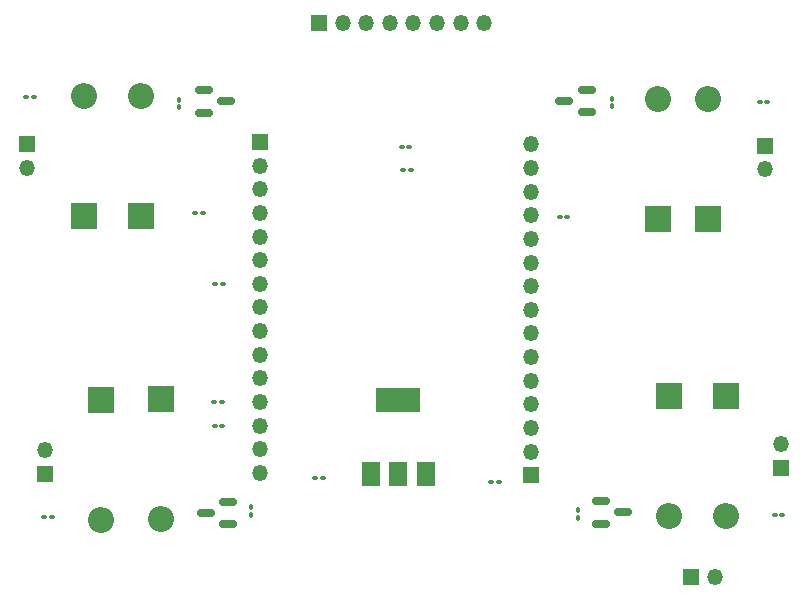
<source format=gbr>
%TF.GenerationSoftware,KiCad,Pcbnew,(6.0.1)*%
%TF.CreationDate,2023-01-18T20:59:41+05:30*%
%TF.ProjectId,drone,64726f6e-652e-46b6-9963-61645f706362,rev?*%
%TF.SameCoordinates,Original*%
%TF.FileFunction,Soldermask,Top*%
%TF.FilePolarity,Negative*%
%FSLAX46Y46*%
G04 Gerber Fmt 4.6, Leading zero omitted, Abs format (unit mm)*
G04 Created by KiCad (PCBNEW (6.0.1)) date 2023-01-18 20:59:41*
%MOMM*%
%LPD*%
G01*
G04 APERTURE LIST*
G04 Aperture macros list*
%AMRoundRect*
0 Rectangle with rounded corners*
0 $1 Rounding radius*
0 $2 $3 $4 $5 $6 $7 $8 $9 X,Y pos of 4 corners*
0 Add a 4 corners polygon primitive as box body*
4,1,4,$2,$3,$4,$5,$6,$7,$8,$9,$2,$3,0*
0 Add four circle primitives for the rounded corners*
1,1,$1+$1,$2,$3*
1,1,$1+$1,$4,$5*
1,1,$1+$1,$6,$7*
1,1,$1+$1,$8,$9*
0 Add four rect primitives between the rounded corners*
20,1,$1+$1,$2,$3,$4,$5,0*
20,1,$1+$1,$4,$5,$6,$7,0*
20,1,$1+$1,$6,$7,$8,$9,0*
20,1,$1+$1,$8,$9,$2,$3,0*%
G04 Aperture macros list end*
%ADD10R,2.200000X2.200000*%
%ADD11O,2.200000X2.200000*%
%ADD12RoundRect,0.100000X0.100000X-0.130000X0.100000X0.130000X-0.100000X0.130000X-0.100000X-0.130000X0*%
%ADD13R,1.500000X2.000000*%
%ADD14R,3.800000X2.000000*%
%ADD15RoundRect,0.150000X0.587500X0.150000X-0.587500X0.150000X-0.587500X-0.150000X0.587500X-0.150000X0*%
%ADD16RoundRect,0.100000X-0.130000X-0.100000X0.130000X-0.100000X0.130000X0.100000X-0.130000X0.100000X0*%
%ADD17RoundRect,0.150000X-0.587500X-0.150000X0.587500X-0.150000X0.587500X0.150000X-0.587500X0.150000X0*%
%ADD18R,1.350000X1.350000*%
%ADD19O,1.350000X1.350000*%
%ADD20RoundRect,0.100000X0.130000X0.100000X-0.130000X0.100000X-0.130000X-0.100000X0.130000X-0.100000X0*%
%ADD21RoundRect,0.100000X-0.100000X0.130000X-0.100000X-0.130000X0.100000X-0.130000X0.100000X0.130000X0*%
G04 APERTURE END LIST*
D10*
%TO.C,D4*%
X192375000Y-73525000D03*
D11*
X192375000Y-63365000D03*
%TD*%
D12*
%TO.C,R2*%
X153700000Y-98570000D03*
X153700000Y-97930000D03*
%TD*%
D13*
%TO.C,U1*%
X168475000Y-95100000D03*
D14*
X166175000Y-88800000D03*
D13*
X166175000Y-95100000D03*
X163875000Y-95100000D03*
%TD*%
D11*
%TO.C,z1*%
X144375000Y-63120000D03*
D10*
X144375000Y-73280000D03*
%TD*%
D15*
%TO.C,Q2*%
X151762500Y-99350000D03*
X151762500Y-97450000D03*
X149887500Y-98400000D03*
%TD*%
D16*
%TO.C,LED1*%
X134660000Y-63150000D03*
X135300000Y-63150000D03*
%TD*%
%TO.C,LED2*%
X198022500Y-98550000D03*
X198662500Y-98550000D03*
%TD*%
D17*
%TO.C,Q1*%
X149737500Y-62600000D03*
X149737500Y-64500000D03*
X151612500Y-63550000D03*
%TD*%
D18*
%TO.C,motor-1*%
X134750000Y-67175000D03*
D19*
X134750000Y-69175000D03*
%TD*%
D18*
%TO.C,motor-4*%
X197225000Y-67295000D03*
D19*
X197225000Y-69295000D03*
%TD*%
D16*
%TO.C,R12*%
X150680000Y-79000000D03*
X151320000Y-79000000D03*
%TD*%
D19*
%TO.C,battery-1*%
X192975000Y-103800000D03*
D18*
X190975000Y-103800000D03*
%TD*%
D20*
%TO.C,R9*%
X167115000Y-67375000D03*
X166475000Y-67375000D03*
%TD*%
D16*
%TO.C,R7*%
X150630000Y-91000000D03*
X151270000Y-91000000D03*
%TD*%
D21*
%TO.C,R1*%
X147600000Y-63405000D03*
X147600000Y-64045000D03*
%TD*%
D10*
%TO.C,D1*%
X139550000Y-73280000D03*
D11*
X139550000Y-63120000D03*
%TD*%
D17*
%TO.C,Q3*%
X183312500Y-97400000D03*
X183312500Y-99300000D03*
X185187500Y-98350000D03*
%TD*%
D21*
%TO.C,R3*%
X181400000Y-98180000D03*
X181400000Y-98820000D03*
%TD*%
D10*
%TO.C,D3*%
X193950000Y-88520000D03*
D11*
X193950000Y-98680000D03*
%TD*%
D10*
%TO.C,D2*%
X141025000Y-88795000D03*
D11*
X141025000Y-98955000D03*
%TD*%
D12*
%TO.C,R4*%
X184250000Y-63965000D03*
X184250000Y-63325000D03*
%TD*%
D11*
%TO.C,z4*%
X188175000Y-63390000D03*
D10*
X188175000Y-73550000D03*
%TD*%
D16*
%TO.C,LED4*%
X197420000Y-63570000D03*
X196780000Y-63570000D03*
%TD*%
D18*
%TO.C,rightIfAntennaOnTop1*%
X177400000Y-95200000D03*
D19*
X177400000Y-93200000D03*
X177400000Y-91200000D03*
X177400000Y-89200000D03*
X177400000Y-87200000D03*
X177400000Y-85200000D03*
X177400000Y-83200000D03*
X177400000Y-81200000D03*
X177400000Y-79200000D03*
X177400000Y-77200000D03*
X177400000Y-75200000D03*
X177400000Y-73200000D03*
X177400000Y-71200000D03*
X177400000Y-69200000D03*
X177400000Y-67200000D03*
%TD*%
D18*
%TO.C,MPU1*%
X159450000Y-56875000D03*
D19*
X161450000Y-56875000D03*
X163450000Y-56875000D03*
X165450000Y-56875000D03*
X167450000Y-56875000D03*
X169450000Y-56875000D03*
X171450000Y-56875000D03*
X173450000Y-56875000D03*
%TD*%
D16*
%TO.C,R8*%
X150605000Y-89000000D03*
X151245000Y-89000000D03*
%TD*%
D10*
%TO.C,z3*%
X189075000Y-88495000D03*
D11*
X189075000Y-98655000D03*
%TD*%
D18*
%TO.C,motor-2*%
X136275000Y-95100000D03*
D19*
X136275000Y-93100000D03*
%TD*%
D16*
%TO.C,R10*%
X166580000Y-69400000D03*
X167220000Y-69400000D03*
%TD*%
%TO.C,C1*%
X174030000Y-95750000D03*
X174670000Y-95750000D03*
%TD*%
D15*
%TO.C,Q4*%
X182112500Y-64450000D03*
X182112500Y-62550000D03*
X180237500Y-63500000D03*
%TD*%
D18*
%TO.C,motor-3*%
X198575000Y-94600000D03*
D19*
X198575000Y-92600000D03*
%TD*%
D16*
%TO.C,LED5*%
X148955000Y-73025000D03*
X149595000Y-73025000D03*
%TD*%
%TO.C,R5*%
X179830000Y-73300000D03*
X180470000Y-73300000D03*
%TD*%
D10*
%TO.C,z2*%
X146050000Y-88715000D03*
D11*
X146050000Y-98875000D03*
%TD*%
D18*
%TO.C,leftIfAntennaOnTop1*%
X154425000Y-67000000D03*
D19*
X154425000Y-69000000D03*
X154425000Y-71000000D03*
X154425000Y-73000000D03*
X154425000Y-75000000D03*
X154425000Y-77000000D03*
X154425000Y-79000000D03*
X154425000Y-81000000D03*
X154425000Y-83000000D03*
X154425000Y-85000000D03*
X154425000Y-87000000D03*
X154425000Y-89000000D03*
X154425000Y-91000000D03*
X154425000Y-93000000D03*
X154425000Y-95000000D03*
%TD*%
D16*
%TO.C,LED3*%
X136180000Y-98750000D03*
X136820000Y-98750000D03*
%TD*%
%TO.C,C2*%
X159155000Y-95475000D03*
X159795000Y-95475000D03*
%TD*%
M02*

</source>
